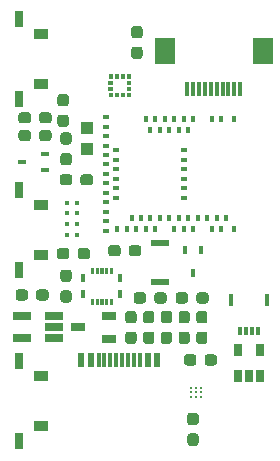
<source format=gbr>
%TF.GenerationSoftware,KiCad,Pcbnew,(5.99.0-2309-gaf729d578)*%
%TF.CreationDate,2020-08-23T01:12:20-04:00*%
%TF.ProjectId,mk2,6d6b322e-6b69-4636-9164-5f7063625858,rev?*%
%TF.SameCoordinates,Original*%
%TF.FileFunction,Paste,Top*%
%TF.FilePolarity,Positive*%
%FSLAX46Y46*%
G04 Gerber Fmt 4.6, Leading zero omitted, Abs format (unit mm)*
G04 Created by KiCad (PCBNEW (5.99.0-2309-gaf729d578)) date 2020-08-23 01:12:20*
%MOMM*%
%LPD*%
G01*
G04 APERTURE LIST*
%ADD10C,0.010000*%
%ADD11R,0.300000X1.000000*%
%ADD12R,0.300000X0.700000*%
%ADD13R,0.450000X0.655000*%
%ADD14R,0.420000X0.400000*%
%ADD15C,0.229500*%
%ADD16R,0.300000X1.300000*%
%ADD17R,1.800000X2.200000*%
%ADD18R,0.700000X0.450000*%
%ADD19R,0.600000X1.160000*%
%ADD20R,0.300000X1.160000*%
%ADD21R,0.800000X1.450000*%
%ADD22R,1.270000X0.900000*%
%ADD23R,0.450000X0.700000*%
%ADD24R,1.100000X1.050000*%
%ADD25R,0.650000X1.060000*%
%ADD26R,1.560000X0.650000*%
%ADD27R,1.500000X0.550000*%
%ADD28R,0.400000X0.600000*%
%ADD29R,0.600000X0.400000*%
%ADD30R,1.220000X0.650000*%
G04 APERTURE END LIST*
%TO.C,U4*%
G36*
X20875000Y-18875000D02*
G01*
X20575000Y-18875000D01*
X20575000Y-18625000D01*
X20875000Y-18625000D01*
X20875000Y-18875000D01*
G37*
D10*
X20875000Y-18875000D02*
X20575000Y-18875000D01*
X20575000Y-18625000D01*
X20875000Y-18625000D01*
X20875000Y-18875000D01*
G36*
X20875000Y-19375000D02*
G01*
X20575000Y-19375000D01*
X20575000Y-19125000D01*
X20875000Y-19125000D01*
X20875000Y-19375000D01*
G37*
X20875000Y-19375000D02*
X20575000Y-19375000D01*
X20575000Y-19125000D01*
X20875000Y-19125000D01*
X20875000Y-19375000D01*
G36*
X22425000Y-18875000D02*
G01*
X22125000Y-18875000D01*
X22125000Y-18625000D01*
X22425000Y-18625000D01*
X22425000Y-18875000D01*
G37*
X22425000Y-18875000D02*
X22125000Y-18875000D01*
X22125000Y-18625000D01*
X22425000Y-18625000D01*
X22425000Y-18875000D01*
G36*
X22425000Y-19375000D02*
G01*
X22125000Y-19375000D01*
X22125000Y-19125000D01*
X22425000Y-19125000D01*
X22425000Y-19375000D01*
G37*
X22425000Y-19375000D02*
X22125000Y-19375000D01*
X22125000Y-19125000D01*
X22425000Y-19125000D01*
X22425000Y-19375000D01*
G36*
X22375000Y-18375000D02*
G01*
X22125000Y-18375000D01*
X22125000Y-18075000D01*
X22375000Y-18075000D01*
X22375000Y-18375000D01*
G37*
X22375000Y-18375000D02*
X22125000Y-18375000D01*
X22125000Y-18075000D01*
X22375000Y-18075000D01*
X22375000Y-18375000D01*
G36*
X21875000Y-18375000D02*
G01*
X21625000Y-18375000D01*
X21625000Y-18075000D01*
X21875000Y-18075000D01*
X21875000Y-18375000D01*
G37*
X21875000Y-18375000D02*
X21625000Y-18375000D01*
X21625000Y-18075000D01*
X21875000Y-18075000D01*
X21875000Y-18375000D01*
G36*
X21375000Y-18375000D02*
G01*
X21125000Y-18375000D01*
X21125000Y-18075000D01*
X21375000Y-18075000D01*
X21375000Y-18375000D01*
G37*
X21375000Y-18375000D02*
X21125000Y-18375000D01*
X21125000Y-18075000D01*
X21375000Y-18075000D01*
X21375000Y-18375000D01*
G36*
X20875000Y-18375000D02*
G01*
X20625000Y-18375000D01*
X20625000Y-18075000D01*
X20875000Y-18075000D01*
X20875000Y-18375000D01*
G37*
X20875000Y-18375000D02*
X20625000Y-18375000D01*
X20625000Y-18075000D01*
X20875000Y-18075000D01*
X20875000Y-18375000D01*
G36*
X20875000Y-19925000D02*
G01*
X20625000Y-19925000D01*
X20625000Y-19625000D01*
X20875000Y-19625000D01*
X20875000Y-19925000D01*
G37*
X20875000Y-19925000D02*
X20625000Y-19925000D01*
X20625000Y-19625000D01*
X20875000Y-19625000D01*
X20875000Y-19925000D01*
G36*
X21375000Y-19925000D02*
G01*
X21125000Y-19925000D01*
X21125000Y-19625000D01*
X21375000Y-19625000D01*
X21375000Y-19925000D01*
G37*
X21375000Y-19925000D02*
X21125000Y-19925000D01*
X21125000Y-19625000D01*
X21375000Y-19625000D01*
X21375000Y-19925000D01*
G36*
X21875000Y-19925000D02*
G01*
X21625000Y-19925000D01*
X21625000Y-19625000D01*
X21875000Y-19625000D01*
X21875000Y-19925000D01*
G37*
X21875000Y-19925000D02*
X21625000Y-19925000D01*
X21625000Y-19625000D01*
X21875000Y-19625000D01*
X21875000Y-19925000D01*
G36*
X22375000Y-19925000D02*
G01*
X22125000Y-19925000D01*
X22125000Y-19625000D01*
X22375000Y-19625000D01*
X22375000Y-19925000D01*
G37*
X22375000Y-19925000D02*
X22125000Y-19925000D01*
X22125000Y-19625000D01*
X22375000Y-19625000D01*
X22375000Y-19925000D01*
%TO.C,P1*%
G36*
X19299106Y-34910000D02*
G01*
X19100000Y-34910000D01*
X19100000Y-34498090D01*
X19299106Y-34498090D01*
X19299106Y-34910000D01*
G37*
X19299106Y-34910000D02*
X19100000Y-34910000D01*
X19100000Y-34498090D01*
X19299106Y-34498090D01*
X19299106Y-34910000D01*
G36*
X20900094Y-34910000D02*
G01*
X20700000Y-34910000D01*
X20700000Y-34499840D01*
X20900094Y-34499840D01*
X20900094Y-34910000D01*
G37*
X20900094Y-34910000D02*
X20700000Y-34910000D01*
X20700000Y-34499840D01*
X20900094Y-34499840D01*
X20900094Y-34910000D01*
G36*
X20500606Y-34910000D02*
G01*
X20300000Y-34910000D01*
X20300000Y-34498180D01*
X20500606Y-34498180D01*
X20500606Y-34910000D01*
G37*
X20500606Y-34910000D02*
X20300000Y-34910000D01*
X20300000Y-34498180D01*
X20500606Y-34498180D01*
X20500606Y-34910000D01*
G36*
X19699850Y-34910000D02*
G01*
X19500000Y-34910000D01*
X19500000Y-34499250D01*
X19699850Y-34499250D01*
X19699850Y-34910000D01*
G37*
X19699850Y-34910000D02*
X19500000Y-34910000D01*
X19500000Y-34499250D01*
X19699850Y-34499250D01*
X19699850Y-34910000D01*
G36*
X20100100Y-34910000D02*
G01*
X19900000Y-34910000D01*
X19900000Y-34498520D01*
X20100100Y-34498520D01*
X20100100Y-34910000D01*
G37*
X20100100Y-34910000D02*
X19900000Y-34910000D01*
X19900000Y-34498520D01*
X20100100Y-34498520D01*
X20100100Y-34910000D01*
G36*
X19298706Y-37500000D02*
G01*
X19100000Y-37500000D01*
X19100000Y-37092010D01*
X19298706Y-37092010D01*
X19298706Y-37500000D01*
G37*
X19298706Y-37500000D02*
X19100000Y-37500000D01*
X19100000Y-37092010D01*
X19298706Y-37092010D01*
X19298706Y-37500000D01*
G36*
X20900100Y-37500000D02*
G01*
X20700000Y-37500000D01*
X20700000Y-37090120D01*
X20900100Y-37090120D01*
X20900100Y-37500000D01*
G37*
X20900100Y-37500000D02*
X20700000Y-37500000D01*
X20700000Y-37090120D01*
X20900100Y-37090120D01*
X20900100Y-37500000D01*
G36*
X20500103Y-37500000D02*
G01*
X20300000Y-37500000D01*
X20300000Y-37090230D01*
X20500103Y-37090230D01*
X20500103Y-37500000D01*
G37*
X20500103Y-37500000D02*
X20300000Y-37500000D01*
X20300000Y-37090230D01*
X20500103Y-37090230D01*
X20500103Y-37500000D01*
G36*
X19699541Y-37500000D02*
G01*
X19500000Y-37500000D01*
X19500000Y-37091670D01*
X19699541Y-37091670D01*
X19699541Y-37500000D01*
G37*
X19699541Y-37500000D02*
X19500000Y-37500000D01*
X19500000Y-37091670D01*
X19699541Y-37091670D01*
X19699541Y-37500000D01*
G36*
X20100078Y-37500000D02*
G01*
X19900000Y-37500000D01*
X19900000Y-37090860D01*
X20100078Y-37090860D01*
X20100078Y-37500000D01*
G37*
X20100078Y-37500000D02*
X19900000Y-37500000D01*
X19900000Y-37090860D01*
X20100078Y-37090860D01*
X20100078Y-37500000D01*
%TD*%
D11*
%TO.C,J4*%
X30960000Y-37175000D03*
X34040000Y-37175000D03*
D12*
X31750000Y-39825000D03*
X32250000Y-39825000D03*
X32750000Y-39825000D03*
X33250000Y-39825000D03*
%TD*%
%TO.C,R16*%
G36*
G01*
X14025000Y-21512500D02*
X14025000Y-21987500D01*
G75*
G02*
X13787500Y-22225000I-237500J0D01*
G01*
X13212500Y-22225000D01*
G75*
G02*
X12975000Y-21987500I0J237500D01*
G01*
X12975000Y-21512500D01*
G75*
G02*
X13212500Y-21275000I237500J0D01*
G01*
X13787500Y-21275000D01*
G75*
G02*
X14025000Y-21512500I0J-237500D01*
G01*
G37*
G36*
G01*
X15775000Y-21512500D02*
X15775000Y-21987500D01*
G75*
G02*
X15537500Y-22225000I-237500J0D01*
G01*
X14962500Y-22225000D01*
G75*
G02*
X14725000Y-21987500I0J237500D01*
G01*
X14725000Y-21512500D01*
G75*
G02*
X14962500Y-21275000I237500J0D01*
G01*
X15537500Y-21275000D01*
G75*
G02*
X15775000Y-21512500I0J-237500D01*
G01*
G37*
%TD*%
%TO.C,R15*%
G36*
G01*
X14025000Y-23012500D02*
X14025000Y-23487500D01*
G75*
G02*
X13787500Y-23725000I-237500J0D01*
G01*
X13212500Y-23725000D01*
G75*
G02*
X12975000Y-23487500I0J237500D01*
G01*
X12975000Y-23012500D01*
G75*
G02*
X13212500Y-22775000I237500J0D01*
G01*
X13787500Y-22775000D01*
G75*
G02*
X14025000Y-23012500I0J-237500D01*
G01*
G37*
G36*
G01*
X15775000Y-23012500D02*
X15775000Y-23487500D01*
G75*
G02*
X15537500Y-23725000I-237500J0D01*
G01*
X14962500Y-23725000D01*
G75*
G02*
X14725000Y-23487500I0J237500D01*
G01*
X14725000Y-23012500D01*
G75*
G02*
X14962500Y-22775000I237500J0D01*
G01*
X15537500Y-22775000D01*
G75*
G02*
X15775000Y-23012500I0J-237500D01*
G01*
G37*
%TD*%
%TO.C,R14*%
G36*
G01*
X24475000Y-37237500D02*
X24475000Y-36762500D01*
G75*
G02*
X24712500Y-36525000I237500J0D01*
G01*
X25287500Y-36525000D01*
G75*
G02*
X25525000Y-36762500I0J-237500D01*
G01*
X25525000Y-37237500D01*
G75*
G02*
X25287500Y-37475000I-237500J0D01*
G01*
X24712500Y-37475000D01*
G75*
G02*
X24475000Y-37237500I0J237500D01*
G01*
G37*
G36*
G01*
X22725000Y-37237500D02*
X22725000Y-36762500D01*
G75*
G02*
X22962500Y-36525000I237500J0D01*
G01*
X23537500Y-36525000D01*
G75*
G02*
X23775000Y-36762500I0J-237500D01*
G01*
X23775000Y-37237500D01*
G75*
G02*
X23537500Y-37475000I-237500J0D01*
G01*
X22962500Y-37475000D01*
G75*
G02*
X22725000Y-37237500I0J237500D01*
G01*
G37*
%TD*%
%TO.C,R13*%
G36*
G01*
X28026000Y-37237500D02*
X28026000Y-36762500D01*
G75*
G02*
X28263500Y-36525000I237500J0D01*
G01*
X28838500Y-36525000D01*
G75*
G02*
X29076000Y-36762500I0J-237500D01*
G01*
X29076000Y-37237500D01*
G75*
G02*
X28838500Y-37475000I-237500J0D01*
G01*
X28263500Y-37475000D01*
G75*
G02*
X28026000Y-37237500I0J237500D01*
G01*
G37*
G36*
G01*
X26276000Y-37237500D02*
X26276000Y-36762500D01*
G75*
G02*
X26513500Y-36525000I237500J0D01*
G01*
X27088500Y-36525000D01*
G75*
G02*
X27326000Y-36762500I0J-237500D01*
G01*
X27326000Y-37237500D01*
G75*
G02*
X27088500Y-37475000I-237500J0D01*
G01*
X26513500Y-37475000D01*
G75*
G02*
X26276000Y-37237500I0J237500D01*
G01*
G37*
%TD*%
%TO.C,R12*%
G36*
G01*
X27237500Y-39150000D02*
X26762500Y-39150000D01*
G75*
G02*
X26525000Y-38912500I0J237500D01*
G01*
X26525000Y-38337500D01*
G75*
G02*
X26762500Y-38100000I237500J0D01*
G01*
X27237500Y-38100000D01*
G75*
G02*
X27475000Y-38337500I0J-237500D01*
G01*
X27475000Y-38912500D01*
G75*
G02*
X27237500Y-39150000I-237500J0D01*
G01*
G37*
G36*
G01*
X27237500Y-40900000D02*
X26762500Y-40900000D01*
G75*
G02*
X26525000Y-40662500I0J237500D01*
G01*
X26525000Y-40087500D01*
G75*
G02*
X26762500Y-39850000I237500J0D01*
G01*
X27237500Y-39850000D01*
G75*
G02*
X27475000Y-40087500I0J-237500D01*
G01*
X27475000Y-40662500D01*
G75*
G02*
X27237500Y-40900000I-237500J0D01*
G01*
G37*
%TD*%
%TO.C,R11*%
G36*
G01*
X22737500Y-39150000D02*
X22262500Y-39150000D01*
G75*
G02*
X22025000Y-38912500I0J237500D01*
G01*
X22025000Y-38337500D01*
G75*
G02*
X22262500Y-38100000I237500J0D01*
G01*
X22737500Y-38100000D01*
G75*
G02*
X22975000Y-38337500I0J-237500D01*
G01*
X22975000Y-38912500D01*
G75*
G02*
X22737500Y-39150000I-237500J0D01*
G01*
G37*
G36*
G01*
X22737500Y-40900000D02*
X22262500Y-40900000D01*
G75*
G02*
X22025000Y-40662500I0J237500D01*
G01*
X22025000Y-40087500D01*
G75*
G02*
X22262500Y-39850000I237500J0D01*
G01*
X22737500Y-39850000D01*
G75*
G02*
X22975000Y-40087500I0J-237500D01*
G01*
X22975000Y-40662500D01*
G75*
G02*
X22737500Y-40900000I-237500J0D01*
G01*
G37*
%TD*%
%TO.C,R9*%
G36*
G01*
X28262500Y-39850000D02*
X28737500Y-39850000D01*
G75*
G02*
X28975000Y-40087500I0J-237500D01*
G01*
X28975000Y-40662500D01*
G75*
G02*
X28737500Y-40900000I-237500J0D01*
G01*
X28262500Y-40900000D01*
G75*
G02*
X28025000Y-40662500I0J237500D01*
G01*
X28025000Y-40087500D01*
G75*
G02*
X28262500Y-39850000I237500J0D01*
G01*
G37*
G36*
G01*
X28262500Y-38100000D02*
X28737500Y-38100000D01*
G75*
G02*
X28975000Y-38337500I0J-237500D01*
G01*
X28975000Y-38912500D01*
G75*
G02*
X28737500Y-39150000I-237500J0D01*
G01*
X28262500Y-39150000D01*
G75*
G02*
X28025000Y-38912500I0J237500D01*
G01*
X28025000Y-38337500D01*
G75*
G02*
X28262500Y-38100000I237500J0D01*
G01*
G37*
%TD*%
%TO.C,R6*%
G36*
G01*
X22319000Y-33237500D02*
X22319000Y-32762500D01*
G75*
G02*
X22556500Y-32525000I237500J0D01*
G01*
X23131500Y-32525000D01*
G75*
G02*
X23369000Y-32762500I0J-237500D01*
G01*
X23369000Y-33237500D01*
G75*
G02*
X23131500Y-33475000I-237500J0D01*
G01*
X22556500Y-33475000D01*
G75*
G02*
X22319000Y-33237500I0J237500D01*
G01*
G37*
G36*
G01*
X20569000Y-33237500D02*
X20569000Y-32762500D01*
G75*
G02*
X20806500Y-32525000I237500J0D01*
G01*
X21381500Y-32525000D01*
G75*
G02*
X21619000Y-32762500I0J-237500D01*
G01*
X21619000Y-33237500D01*
G75*
G02*
X21381500Y-33475000I-237500J0D01*
G01*
X20806500Y-33475000D01*
G75*
G02*
X20569000Y-33237500I0J237500D01*
G01*
G37*
%TD*%
%TO.C,R4*%
G36*
G01*
X25262500Y-39850000D02*
X25737500Y-39850000D01*
G75*
G02*
X25975000Y-40087500I0J-237500D01*
G01*
X25975000Y-40662500D01*
G75*
G02*
X25737500Y-40900000I-237500J0D01*
G01*
X25262500Y-40900000D01*
G75*
G02*
X25025000Y-40662500I0J237500D01*
G01*
X25025000Y-40087500D01*
G75*
G02*
X25262500Y-39850000I237500J0D01*
G01*
G37*
G36*
G01*
X25262500Y-38100000D02*
X25737500Y-38100000D01*
G75*
G02*
X25975000Y-38337500I0J-237500D01*
G01*
X25975000Y-38912500D01*
G75*
G02*
X25737500Y-39150000I-237500J0D01*
G01*
X25262500Y-39150000D01*
G75*
G02*
X25025000Y-38912500I0J237500D01*
G01*
X25025000Y-38337500D01*
G75*
G02*
X25262500Y-38100000I237500J0D01*
G01*
G37*
%TD*%
%TO.C,R3*%
G36*
G01*
X23762500Y-39850000D02*
X24237500Y-39850000D01*
G75*
G02*
X24475000Y-40087500I0J-237500D01*
G01*
X24475000Y-40662500D01*
G75*
G02*
X24237500Y-40900000I-237500J0D01*
G01*
X23762500Y-40900000D01*
G75*
G02*
X23525000Y-40662500I0J237500D01*
G01*
X23525000Y-40087500D01*
G75*
G02*
X23762500Y-39850000I237500J0D01*
G01*
G37*
G36*
G01*
X23762500Y-38100000D02*
X24237500Y-38100000D01*
G75*
G02*
X24475000Y-38337500I0J-237500D01*
G01*
X24475000Y-38912500D01*
G75*
G02*
X24237500Y-39150000I-237500J0D01*
G01*
X23762500Y-39150000D01*
G75*
G02*
X23525000Y-38912500I0J237500D01*
G01*
X23525000Y-38337500D01*
G75*
G02*
X23762500Y-38100000I237500J0D01*
G01*
G37*
%TD*%
%TO.C,C20*%
G36*
G01*
X28025000Y-42012500D02*
X28025000Y-42487500D01*
G75*
G02*
X27787500Y-42725000I-237500J0D01*
G01*
X27212500Y-42725000D01*
G75*
G02*
X26975000Y-42487500I0J237500D01*
G01*
X26975000Y-42012500D01*
G75*
G02*
X27212500Y-41775000I237500J0D01*
G01*
X27787500Y-41775000D01*
G75*
G02*
X28025000Y-42012500I0J-237500D01*
G01*
G37*
G36*
G01*
X29775000Y-42012500D02*
X29775000Y-42487500D01*
G75*
G02*
X29537500Y-42725000I-237500J0D01*
G01*
X28962500Y-42725000D01*
G75*
G02*
X28725000Y-42487500I0J237500D01*
G01*
X28725000Y-42012500D01*
G75*
G02*
X28962500Y-41775000I237500J0D01*
G01*
X29537500Y-41775000D01*
G75*
G02*
X29775000Y-42012500I0J-237500D01*
G01*
G37*
%TD*%
%TO.C,C10*%
G36*
G01*
X27987500Y-47775000D02*
X27512500Y-47775000D01*
G75*
G02*
X27275000Y-47537500I0J237500D01*
G01*
X27275000Y-46962500D01*
G75*
G02*
X27512500Y-46725000I237500J0D01*
G01*
X27987500Y-46725000D01*
G75*
G02*
X28225000Y-46962500I0J-237500D01*
G01*
X28225000Y-47537500D01*
G75*
G02*
X27987500Y-47775000I-237500J0D01*
G01*
G37*
G36*
G01*
X27987500Y-49525000D02*
X27512500Y-49525000D01*
G75*
G02*
X27275000Y-49287500I0J237500D01*
G01*
X27275000Y-48712500D01*
G75*
G02*
X27512500Y-48475000I237500J0D01*
G01*
X27987500Y-48475000D01*
G75*
G02*
X28225000Y-48712500I0J-237500D01*
G01*
X28225000Y-49287500D01*
G75*
G02*
X27987500Y-49525000I-237500J0D01*
G01*
G37*
%TD*%
%TO.C,C9*%
G36*
G01*
X23237500Y-15025000D02*
X22762500Y-15025000D01*
G75*
G02*
X22525000Y-14787500I0J237500D01*
G01*
X22525000Y-14212500D01*
G75*
G02*
X22762500Y-13975000I237500J0D01*
G01*
X23237500Y-13975000D01*
G75*
G02*
X23475000Y-14212500I0J-237500D01*
G01*
X23475000Y-14787500D01*
G75*
G02*
X23237500Y-15025000I-237500J0D01*
G01*
G37*
G36*
G01*
X23237500Y-16775000D02*
X22762500Y-16775000D01*
G75*
G02*
X22525000Y-16537500I0J237500D01*
G01*
X22525000Y-15962500D01*
G75*
G02*
X22762500Y-15725000I237500J0D01*
G01*
X23237500Y-15725000D01*
G75*
G02*
X23475000Y-15962500I0J-237500D01*
G01*
X23475000Y-16537500D01*
G75*
G02*
X23237500Y-16775000I-237500J0D01*
G01*
G37*
%TD*%
%TO.C,C7*%
G36*
G01*
X17975000Y-33487500D02*
X17975000Y-33012500D01*
G75*
G02*
X18212500Y-32775000I237500J0D01*
G01*
X18787500Y-32775000D01*
G75*
G02*
X19025000Y-33012500I0J-237500D01*
G01*
X19025000Y-33487500D01*
G75*
G02*
X18787500Y-33725000I-237500J0D01*
G01*
X18212500Y-33725000D01*
G75*
G02*
X17975000Y-33487500I0J237500D01*
G01*
G37*
G36*
G01*
X16225000Y-33487500D02*
X16225000Y-33012500D01*
G75*
G02*
X16462500Y-32775000I237500J0D01*
G01*
X17037500Y-32775000D01*
G75*
G02*
X17275000Y-33012500I0J-237500D01*
G01*
X17275000Y-33487500D01*
G75*
G02*
X17037500Y-33725000I-237500J0D01*
G01*
X16462500Y-33725000D01*
G75*
G02*
X16225000Y-33487500I0J237500D01*
G01*
G37*
%TD*%
%TO.C,C4*%
G36*
G01*
X16762500Y-36350000D02*
X17237500Y-36350000D01*
G75*
G02*
X17475000Y-36587500I0J-237500D01*
G01*
X17475000Y-37162500D01*
G75*
G02*
X17237500Y-37400000I-237500J0D01*
G01*
X16762500Y-37400000D01*
G75*
G02*
X16525000Y-37162500I0J237500D01*
G01*
X16525000Y-36587500D01*
G75*
G02*
X16762500Y-36350000I237500J0D01*
G01*
G37*
G36*
G01*
X16762500Y-34600000D02*
X17237500Y-34600000D01*
G75*
G02*
X17475000Y-34837500I0J-237500D01*
G01*
X17475000Y-35412500D01*
G75*
G02*
X17237500Y-35650000I-237500J0D01*
G01*
X16762500Y-35650000D01*
G75*
G02*
X16525000Y-35412500I0J237500D01*
G01*
X16525000Y-34837500D01*
G75*
G02*
X16762500Y-34600000I237500J0D01*
G01*
G37*
%TD*%
%TO.C,C3*%
G36*
G01*
X17525000Y-26762500D02*
X17525000Y-27237500D01*
G75*
G02*
X17287500Y-27475000I-237500J0D01*
G01*
X16712500Y-27475000D01*
G75*
G02*
X16475000Y-27237500I0J237500D01*
G01*
X16475000Y-26762500D01*
G75*
G02*
X16712500Y-26525000I237500J0D01*
G01*
X17287500Y-26525000D01*
G75*
G02*
X17525000Y-26762500I0J-237500D01*
G01*
G37*
G36*
G01*
X19275000Y-26762500D02*
X19275000Y-27237500D01*
G75*
G02*
X19037500Y-27475000I-237500J0D01*
G01*
X18462500Y-27475000D01*
G75*
G02*
X18225000Y-27237500I0J237500D01*
G01*
X18225000Y-26762500D01*
G75*
G02*
X18462500Y-26525000I237500J0D01*
G01*
X19037500Y-26525000D01*
G75*
G02*
X19275000Y-26762500I0J-237500D01*
G01*
G37*
%TD*%
%TO.C,C2*%
G36*
G01*
X16762500Y-24725000D02*
X17237500Y-24725000D01*
G75*
G02*
X17475000Y-24962500I0J-237500D01*
G01*
X17475000Y-25537500D01*
G75*
G02*
X17237500Y-25775000I-237500J0D01*
G01*
X16762500Y-25775000D01*
G75*
G02*
X16525000Y-25537500I0J237500D01*
G01*
X16525000Y-24962500D01*
G75*
G02*
X16762500Y-24725000I237500J0D01*
G01*
G37*
G36*
G01*
X16762500Y-22975000D02*
X17237500Y-22975000D01*
G75*
G02*
X17475000Y-23212500I0J-237500D01*
G01*
X17475000Y-23787500D01*
G75*
G02*
X17237500Y-24025000I-237500J0D01*
G01*
X16762500Y-24025000D01*
G75*
G02*
X16525000Y-23787500I0J237500D01*
G01*
X16525000Y-23212500D01*
G75*
G02*
X16762500Y-22975000I237500J0D01*
G01*
G37*
%TD*%
%TO.C,C1*%
G36*
G01*
X16512500Y-21475000D02*
X16987500Y-21475000D01*
G75*
G02*
X17225000Y-21712500I0J-237500D01*
G01*
X17225000Y-22287500D01*
G75*
G02*
X16987500Y-22525000I-237500J0D01*
G01*
X16512500Y-22525000D01*
G75*
G02*
X16275000Y-22287500I0J237500D01*
G01*
X16275000Y-21712500D01*
G75*
G02*
X16512500Y-21475000I237500J0D01*
G01*
G37*
G36*
G01*
X16512500Y-19725000D02*
X16987500Y-19725000D01*
G75*
G02*
X17225000Y-19962500I0J-237500D01*
G01*
X17225000Y-20537500D01*
G75*
G02*
X16987500Y-20775000I-237500J0D01*
G01*
X16512500Y-20775000D01*
G75*
G02*
X16275000Y-20537500I0J237500D01*
G01*
X16275000Y-19962500D01*
G75*
G02*
X16512500Y-19725000I237500J0D01*
G01*
G37*
%TD*%
D13*
%TO.C,P1*%
X18400000Y-36702500D03*
X18400000Y-35297500D03*
X21600000Y-35297500D03*
X21600000Y-36702500D03*
%TD*%
D14*
%TO.C,IC2*%
X17950000Y-28950000D03*
X17950000Y-29850000D03*
X17950000Y-30750000D03*
X17950000Y-31650000D03*
X17050000Y-28950000D03*
X17050000Y-29850000D03*
X17050000Y-30750000D03*
X17050000Y-31650000D03*
%TD*%
D15*
%TO.C,U6*%
X28400000Y-45400000D03*
X28000000Y-45400000D03*
X27600000Y-45400000D03*
X28400000Y-45000000D03*
X28000000Y-45000000D03*
X27600000Y-45000000D03*
X28400000Y-44600000D03*
X28000000Y-44600000D03*
X27600000Y-44600000D03*
%TD*%
D16*
%TO.C,J1*%
X27250000Y-19350000D03*
X27750000Y-19350000D03*
X28250000Y-19350000D03*
X28750000Y-19350000D03*
X29250000Y-19350000D03*
X29750000Y-19350000D03*
X30250000Y-19350000D03*
X30750000Y-19350000D03*
X31250000Y-19350000D03*
X31750000Y-19350000D03*
D17*
X33650000Y-16100000D03*
X25350000Y-16100000D03*
%TD*%
D18*
%TO.C,Q4*%
X13250000Y-25500000D03*
X15250000Y-24850000D03*
X15250000Y-26150000D03*
%TD*%
D19*
%TO.C,J2*%
X24700000Y-42240000D03*
X23900000Y-42240000D03*
X18300000Y-42240000D03*
X19100000Y-42240000D03*
D20*
X23250000Y-42240000D03*
X22250000Y-42240000D03*
X22750000Y-42240000D03*
X20250000Y-42240000D03*
X19750000Y-42240000D03*
X21750000Y-42240000D03*
X21250000Y-42240000D03*
X20750000Y-42240000D03*
%TD*%
D21*
%TO.C,SW4*%
X13000000Y-49125000D03*
X13000000Y-42375000D03*
D22*
X14885000Y-47850000D03*
X14885000Y-43650000D03*
%TD*%
D21*
%TO.C,SW2*%
X13000000Y-20125000D03*
X13000000Y-13375000D03*
D22*
X14885000Y-18850000D03*
X14885000Y-14650000D03*
%TD*%
D21*
%TO.C,SW1*%
X13000000Y-34625000D03*
X13000000Y-27875000D03*
D22*
X14885000Y-33350000D03*
X14885000Y-29150000D03*
%TD*%
D23*
%TO.C,Q3*%
X27750000Y-34909000D03*
X27100000Y-32909000D03*
X28400000Y-32909000D03*
%TD*%
D24*
%TO.C,Y1*%
X18750000Y-22575000D03*
X18750000Y-24425000D03*
%TD*%
D25*
%TO.C,U3*%
X31550000Y-41400000D03*
X33450000Y-41400000D03*
X33450000Y-43600000D03*
X32500000Y-43600000D03*
X31550000Y-43600000D03*
%TD*%
D26*
%TO.C,U2*%
X13250000Y-40400000D03*
X13250000Y-38500000D03*
X15950000Y-38500000D03*
X15950000Y-39450000D03*
X15950000Y-40400000D03*
%TD*%
D27*
%TO.C,SW_RESET1*%
X24956000Y-35625000D03*
X24956000Y-32375000D03*
%TD*%
%TO.C,L1*%
G36*
G01*
X13775000Y-36512500D02*
X13775000Y-36987500D01*
G75*
G02*
X13537500Y-37225000I-237500J0D01*
G01*
X12962500Y-37225000D01*
G75*
G02*
X12725000Y-36987500I0J237500D01*
G01*
X12725000Y-36512500D01*
G75*
G02*
X12962500Y-36275000I237500J0D01*
G01*
X13537500Y-36275000D01*
G75*
G02*
X13775000Y-36512500I0J-237500D01*
G01*
G37*
G36*
G01*
X15525000Y-36512500D02*
X15525000Y-36987500D01*
G75*
G02*
X15287500Y-37225000I-237500J0D01*
G01*
X14712500Y-37225000D01*
G75*
G02*
X14475000Y-36987500I0J237500D01*
G01*
X14475000Y-36512500D01*
G75*
G02*
X14712500Y-36275000I237500J0D01*
G01*
X15287500Y-36275000D01*
G75*
G02*
X15525000Y-36512500I0J-237500D01*
G01*
G37*
%TD*%
D28*
%TO.C,IC1*%
X31250000Y-21850000D03*
X30150000Y-21850000D03*
X29350000Y-21850000D03*
X27750000Y-21850000D03*
X27350000Y-22750000D03*
X26950000Y-21850000D03*
X26550000Y-22750000D03*
X26150000Y-21850000D03*
X25750000Y-22750000D03*
X25350000Y-21850000D03*
X24950000Y-22750000D03*
X24550000Y-21850000D03*
X24150000Y-22750000D03*
X23750000Y-21850000D03*
D29*
X20350000Y-21700000D03*
X20350000Y-22500000D03*
X20350000Y-23300000D03*
X20350000Y-24100000D03*
X21250000Y-24500000D03*
X20350000Y-24900000D03*
X21250000Y-25300000D03*
X20350000Y-25700000D03*
X21250000Y-26100000D03*
X20350000Y-26500000D03*
X21250000Y-26900000D03*
X20350000Y-27300000D03*
X21250000Y-27700000D03*
X20350000Y-28100000D03*
X21250000Y-28500000D03*
X20350000Y-28900000D03*
X20350000Y-29700000D03*
X20350000Y-30500000D03*
X20350000Y-31300000D03*
D28*
X21350000Y-31150000D03*
X22150000Y-31150000D03*
X22550000Y-30250000D03*
X22950000Y-31150000D03*
X23350000Y-30250000D03*
X23750000Y-31150000D03*
X24150000Y-30250000D03*
X24550000Y-31150000D03*
X24950000Y-30250000D03*
X25750000Y-30250000D03*
X26150000Y-31150000D03*
X26550000Y-30250000D03*
X26950000Y-31150000D03*
X27350000Y-30250000D03*
X27750000Y-31150000D03*
X28150000Y-30250000D03*
X28950000Y-30250000D03*
X29350000Y-31150000D03*
X29750000Y-30250000D03*
X30150000Y-31150000D03*
X30550000Y-30250000D03*
X31250000Y-31150000D03*
D29*
X26950000Y-24500000D03*
X26950000Y-25300000D03*
X26950000Y-26100000D03*
X26950000Y-26900000D03*
X26950000Y-27700000D03*
X26950000Y-28500000D03*
%TD*%
D30*
%TO.C,D1*%
X18000000Y-39500000D03*
X20620000Y-38550000D03*
X20620000Y-40450000D03*
%TD*%
M02*

</source>
